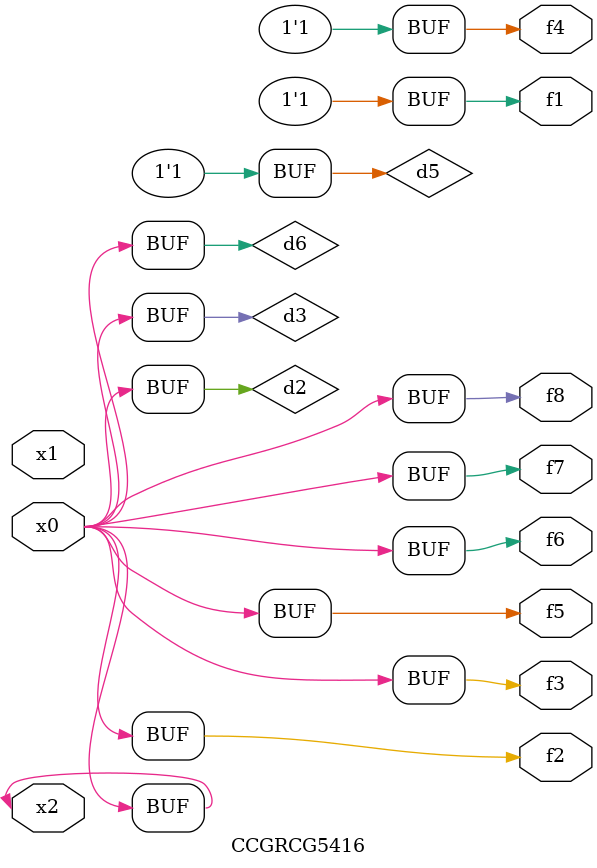
<source format=v>
module CCGRCG5416(
	input x0, x1, x2,
	output f1, f2, f3, f4, f5, f6, f7, f8
);

	wire d1, d2, d3, d4, d5, d6;

	xnor (d1, x2);
	buf (d2, x0, x2);
	and (d3, x0);
	xnor (d4, x1, x2);
	nand (d5, d1, d3);
	buf (d6, d2, d3);
	assign f1 = d5;
	assign f2 = d6;
	assign f3 = d6;
	assign f4 = d5;
	assign f5 = d6;
	assign f6 = d6;
	assign f7 = d6;
	assign f8 = d6;
endmodule

</source>
